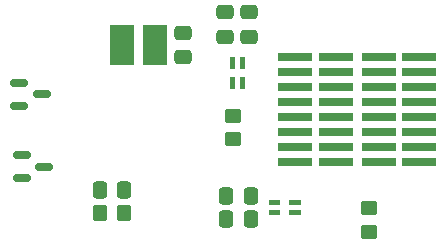
<source format=gbp>
G04 #@! TF.GenerationSoftware,KiCad,Pcbnew,8.0.9-8.0.9-0~ubuntu20.04.1*
G04 #@! TF.CreationDate,2025-08-07T15:34:15-05:00*
G04 #@! TF.ProjectId,PLATO_JUNCTION_BOARD,504c4154-4f5f-44a5-954e-4354494f4e5f,rev?*
G04 #@! TF.SameCoordinates,Original*
G04 #@! TF.FileFunction,Paste,Bot*
G04 #@! TF.FilePolarity,Positive*
%FSLAX46Y46*%
G04 Gerber Fmt 4.6, Leading zero omitted, Abs format (unit mm)*
G04 Created by KiCad (PCBNEW 8.0.9-8.0.9-0~ubuntu20.04.1) date 2025-08-07 15:34:15*
%MOMM*%
%LPD*%
G01*
G04 APERTURE LIST*
G04 Aperture macros list*
%AMRoundRect*
0 Rectangle with rounded corners*
0 $1 Rounding radius*
0 $2 $3 $4 $5 $6 $7 $8 $9 X,Y pos of 4 corners*
0 Add a 4 corners polygon primitive as box body*
4,1,4,$2,$3,$4,$5,$6,$7,$8,$9,$2,$3,0*
0 Add four circle primitives for the rounded corners*
1,1,$1+$1,$2,$3*
1,1,$1+$1,$4,$5*
1,1,$1+$1,$6,$7*
1,1,$1+$1,$8,$9*
0 Add four rect primitives between the rounded corners*
20,1,$1+$1,$2,$3,$4,$5,0*
20,1,$1+$1,$4,$5,$6,$7,0*
20,1,$1+$1,$6,$7,$8,$9,0*
20,1,$1+$1,$8,$9,$2,$3,0*%
G04 Aperture macros list end*
%ADD10C,0.010000*%
%ADD11R,2.920000X0.740000*%
%ADD12RoundRect,0.250000X0.475000X-0.337500X0.475000X0.337500X-0.475000X0.337500X-0.475000X-0.337500X0*%
%ADD13RoundRect,0.250000X-0.337500X-0.475000X0.337500X-0.475000X0.337500X0.475000X-0.337500X0.475000X0*%
%ADD14RoundRect,0.250000X0.450000X-0.350000X0.450000X0.350000X-0.450000X0.350000X-0.450000X-0.350000X0*%
%ADD15RoundRect,0.250000X-0.475000X0.337500X-0.475000X-0.337500X0.475000X-0.337500X0.475000X0.337500X0*%
%ADD16RoundRect,0.150000X-0.587500X-0.150000X0.587500X-0.150000X0.587500X0.150000X-0.587500X0.150000X0*%
%ADD17RoundRect,0.250000X-0.450000X0.350000X-0.450000X-0.350000X0.450000X-0.350000X0.450000X0.350000X0*%
%ADD18RoundRect,0.250000X-0.350000X-0.450000X0.350000X-0.450000X0.350000X0.450000X-0.350000X0.450000X0*%
%ADD19R,2.050000X3.500000*%
%ADD20RoundRect,0.250000X0.337500X0.475000X-0.337500X0.475000X-0.337500X-0.475000X0.337500X-0.475000X0*%
G04 APERTURE END LIST*
D10*
X128437500Y-119470001D02*
X127537500Y-119470001D01*
X127537500Y-119120001D01*
X128437500Y-119120001D01*
X128437500Y-119470001D01*
G36*
X128437500Y-119470001D02*
G01*
X127537500Y-119470001D01*
X127537500Y-119120001D01*
X128437500Y-119120001D01*
X128437500Y-119470001D01*
G37*
X128437500Y-120320001D02*
X127537500Y-120320001D01*
X127537500Y-119970001D01*
X128437500Y-119970001D01*
X128437500Y-120320001D01*
G36*
X128437500Y-120320001D02*
G01*
X127537500Y-120320001D01*
X127537500Y-119970001D01*
X128437500Y-119970001D01*
X128437500Y-120320001D01*
G37*
X130137500Y-119470001D02*
X129237500Y-119470001D01*
X129237500Y-119120001D01*
X130137500Y-119120001D01*
X130137500Y-119470001D01*
G36*
X130137500Y-119470001D02*
G01*
X129237500Y-119470001D01*
X129237500Y-119120001D01*
X130137500Y-119120001D01*
X130137500Y-119470001D01*
G37*
X130137500Y-120320001D02*
X129237500Y-120320001D01*
X129237500Y-119970001D01*
X130137500Y-119970001D01*
X130137500Y-120320001D01*
G36*
X130137500Y-120320001D02*
G01*
X129237500Y-120320001D01*
X129237500Y-119970001D01*
X130137500Y-119970001D01*
X130137500Y-120320001D01*
G37*
X124569999Y-107932500D02*
X124219999Y-107932500D01*
X124219999Y-107032500D01*
X124569999Y-107032500D01*
X124569999Y-107932500D01*
G36*
X124569999Y-107932500D02*
G01*
X124219999Y-107932500D01*
X124219999Y-107032500D01*
X124569999Y-107032500D01*
X124569999Y-107932500D01*
G37*
X124569999Y-109632500D02*
X124219999Y-109632500D01*
X124219999Y-108732500D01*
X124569999Y-108732500D01*
X124569999Y-109632500D01*
G36*
X124569999Y-109632500D02*
G01*
X124219999Y-109632500D01*
X124219999Y-108732500D01*
X124569999Y-108732500D01*
X124569999Y-109632500D01*
G37*
X125419999Y-107932500D02*
X125069999Y-107932500D01*
X125069999Y-107032500D01*
X125419999Y-107032500D01*
X125419999Y-107932500D01*
G36*
X125419999Y-107932500D02*
G01*
X125069999Y-107932500D01*
X125069999Y-107032500D01*
X125419999Y-107032500D01*
X125419999Y-107932500D01*
G37*
X125419999Y-109632500D02*
X125069999Y-109632500D01*
X125069999Y-108732500D01*
X125419999Y-108732500D01*
X125419999Y-109632500D01*
G36*
X125419999Y-109632500D02*
G01*
X125069999Y-109632500D01*
X125069999Y-108732500D01*
X125419999Y-108732500D01*
X125419999Y-109632500D01*
G37*
D11*
X129785000Y-115890001D03*
X133215000Y-115890001D03*
X129785000Y-114620001D03*
X133215000Y-114620001D03*
X129785000Y-113350001D03*
X133215000Y-113350001D03*
X129785000Y-112080001D03*
X133215000Y-112080001D03*
X129785000Y-110810001D03*
X133215000Y-110810001D03*
X129785000Y-109540001D03*
X133215000Y-109540001D03*
X129785000Y-108270001D03*
X133215000Y-108270001D03*
X129785000Y-107000001D03*
X133215000Y-107000001D03*
D12*
X125820000Y-105320000D03*
X125820000Y-103245000D03*
D13*
X113212500Y-118250000D03*
X115287500Y-118250000D03*
D14*
X124500000Y-114000000D03*
X124500000Y-112000000D03*
D15*
X123819999Y-103245000D03*
X123819999Y-105320000D03*
D16*
X106662500Y-117250000D03*
X106662500Y-115350000D03*
X108537501Y-116300000D03*
X106412500Y-111150000D03*
X106412500Y-109250000D03*
X108287501Y-110200000D03*
D17*
X136000000Y-119850000D03*
X136000000Y-121850000D03*
D18*
X113250000Y-120250000D03*
X115250000Y-120250000D03*
D19*
X117875000Y-106000000D03*
X115125000Y-106000000D03*
D11*
X136820000Y-115890002D03*
X140250000Y-115890002D03*
X136820000Y-114620001D03*
X140250000Y-114620001D03*
X136819999Y-113350001D03*
X140250001Y-113350001D03*
X136820000Y-112080001D03*
X140250000Y-112080001D03*
X136820000Y-110810001D03*
X140250000Y-110810001D03*
X136819999Y-109540001D03*
X140250001Y-109540001D03*
X136820000Y-108270001D03*
X140250000Y-108270001D03*
X136820000Y-107000000D03*
X140250000Y-107000000D03*
D12*
X120250000Y-107037500D03*
X120250000Y-104962500D03*
D13*
X123925000Y-118779999D03*
X126000000Y-118779999D03*
D20*
X126000000Y-120750000D03*
X123925000Y-120750000D03*
M02*

</source>
